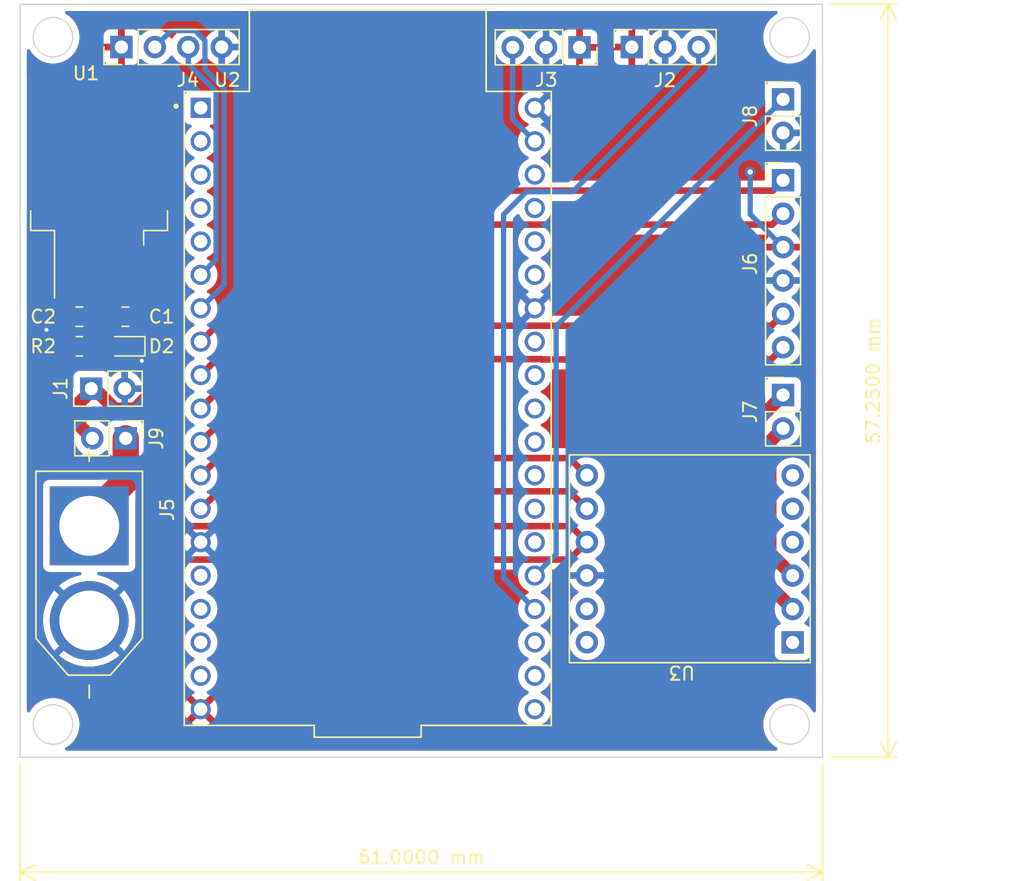
<source format=kicad_pcb>
(kicad_pcb (version 20211014) (generator pcbnew)
  (layers (0 "F.Cu" signal) (31 "B.Cu" signal) (34 "B.Paste" user) (35 "F.Paste" user) (36 "B.SilkS" user "B.Silkscreen") (37 "F.SilkS" user "F.Silkscreen") (38 "B.Mask" user) (39 "F.Mask" user) (44 "Edge.Cuts" user))
  (net 0 "")
  (net 1 "+12V")
  (net 2 "GND")
  (net 3 "+5V")
  (net 4 "Net-(D2-Pad2)")
  (net 5 "/COLOUR1")
  (net 6 "/COLOUR2")
  (net 7 "/UTRIG")
  (net 8 "/UECHO")
  (net 9 "/MOT1A")
  (net 10 "/MOT1B")
  (net 11 "/MOT2A")
  (net 12 "/MOT2B")
  (net 13 "Net-(J7-Pad1)")
  (net 14 "Net-(J7-Pad2)")
  (net 15 "/MSERVO")
  (net 16 "+3.3V")
  (net 21 "/MOT3A")
  (net 22 "/MOT3B")
  (net 47 "Net-(J5-PadP)")
  (footprint "Capacitor_SMD:C_0805_2012Metric" (layer "F.Cu") (at 110 90.75 180)
    (fp_text reference "C2" (at 2.75 0) (layer "F.SilkS"))
    (fp_text value "10UF20V")
    (fp_line (start -0.261252 0.735) (end 0.261252 0.735) (layer "F.SilkS") (width 0.12))
    (fp_line (start -0.261252 -0.735) (end 0.261252 -0.735) (layer "F.SilkS") (width 0.12))
    (pad "1" smd roundrect (at -0.95 0 180) (size 1 1.45) (layers "F.Cu" "F.Paste" "F.Mask") (net 3 "+5V"))
    (pad "2" smd roundrect (at 0.95 0 180) (size 1 1.45) (layers "F.Cu" "F.Paste" "F.Mask") (net 2 "GND"))
  )
  (footprint "Connector_PinSocket_2.54mm:PinSocket_1x03_P2.54mm_Vertical" (layer "F.Cu") (at 148.025 70.275 -90)
    (fp_text reference "J3" (at 2.475 2.525 180) (layer "F.SilkS"))
    (fp_text value "COLOUR2")
    (fp_line (start 0 -1.33) (end 1.33 -1.33) (layer "F.SilkS") (width 0.12))
    (fp_line (start -1.33 6.41) (end 1.33 6.41) (layer "F.SilkS") (width 0.12))
    (fp_line (start 1.33 1.27) (end 1.33 6.41) (layer "F.SilkS") (width 0.12))
    (fp_line (start 1.33 -1.33) (end 1.33 0) (layer "F.SilkS") (width 0.12))
    (fp_line (start -1.33 1.27) (end 1.33 1.27) (layer "F.SilkS") (width 0.12))
    (fp_line (start -1.33 1.27) (end -1.33 6.41) (layer "F.SilkS") (width 0.12))
    (pad "1" thru_hole rect (at 0 0 270) (size 1.7 1.7) (drill 1) (layers *.Cu *.Mask) (net 3 "+5V"))
    (pad "2" thru_hole oval (at 0 2.54 270) (size 1.7 1.7) (drill 1) (layers *.Cu *.Mask) (net 2 "GND"))
    (pad "3" thru_hole oval (at 0 5.08 270) (size 1.7 1.7) (drill 1) (layers *.Cu *.Mask) (net 6 "/COLOUR2"))
  )
  (footprint "Connector_PinHeader_2.54mm:PinHeader_1x06_P2.54mm_Vertical" (layer "F.Cu") (at 163.5 80.38)
    (fp_text reference "J6" (at -2.5 6.35 90) (layer "F.SilkS"))
    (fp_text value "EXT_DMDRIVER")
    (fp_line (start -1.33 0) (end -1.33 -1.33) (layer "F.SilkS") (width 0.12))
    (fp_line (start -1.33 14.03) (end 1.33 14.03) (layer "F.SilkS") (width 0.12))
    (fp_line (start 1.33 1.27) (end 1.33 14.03) (layer "F.SilkS") (width 0.12))
    (fp_line (start -1.33 -1.33) (end 0 -1.33) (layer "F.SilkS") (width 0.12))
    (fp_line (start -1.33 1.27) (end 1.33 1.27) (layer "F.SilkS") (width 0.12))
    (fp_line (start -1.33 1.27) (end -1.33 14.03) (layer "F.SilkS") (width 0.12))
    (pad "1" thru_hole rect (at 0 0) (size 1.7 1.7) (drill 1) (layers *.Cu *.Mask) (net 9 "/MOT1A"))
    (pad "2" thru_hole oval (at 0 2.54) (size 1.7 1.7) (drill 1) (layers *.Cu *.Mask) (net 10 "/MOT1B"))
    (pad "3" thru_hole oval (at 0 5.08) (size 1.7 1.7) (drill 1) (layers *.Cu *.Mask) (net 3 "+5V"))
    (pad "4" thru_hole oval (at 0 7.62) (size 1.7 1.7) (drill 1) (layers *.Cu *.Mask) (net 2 "GND"))
    (pad "5" thru_hole oval (at 0 10.16) (size 1.7 1.7) (drill 1) (layers *.Cu *.Mask) (net 11 "/MOT2A"))
    (pad "6" thru_hole oval (at 0 12.7) (size 1.7 1.7) (drill 1) (layers *.Cu *.Mask) (net 12 "/MOT2B"))
  )
  (footprint "ESP32-DEVKITC:MODULE_ESP32-DEVKITC" (layer "F.Cu") (at 131.925 97.72)
    (fp_text reference "U2" (at -10.675 -24.97) (layer "F.SilkS"))
    (fp_text value "ESP32-DEVKITC")
    (fp_line (start 9 -30.3) (end 9 -24.1) (layer "F.SilkS") (width 0.127))
    (fp_line (start 13.95 24.1) (end 13.95 -24.1) (layer "F.SilkS") (width 0.127))
    (fp_line (start -9 -30.3) (end 9 -30.3) (layer "F.SilkS") (width 0.127))
    (fp_line (start 13.95 -24.1) (end 9 -24.1) (layer "F.SilkS") (width 0.127))
    (fp_line (start -4.07 25) (end 4.06 25) (layer "F.SilkS") (width 0.127))
    (fp_line (start -4.07 24.1) (end -4.07 25) (layer "F.SilkS") (width 0.127))
    (fp_line (start -9 -24.1) (end -13.95 -24.1) (layer "F.SilkS") (width 0.127))
    (fp_line (start 4.06 25) (end 4.06 24.1) (layer "F.SilkS") (width 0.127))
    (fp_line (start -13.95 24.1) (end -4.07 24.1) (layer "F.SilkS") (width 0.127))
    (fp_line (start -13.95 -24.1) (end -13.95 24.1) (layer "F.SilkS") (width 0.127))
    (fp_line (start 4.06 24.1) (end 13.95 24.1) (layer "F.SilkS") (width 0.127))
    (fp_line (start -9 -24.1) (end -9 -30.3) (layer "F.SilkS") (width 0.127))
    (fp_circle (center -14.57 -22.97) (end -14.47 -22.97) (layer "F.SilkS") (width 0.2) (fill none))
    (pad "1" thru_hole rect locked (at -12.7 -22.85) (size 1.53 1.53) (drill 1.02) (layers *.Cu *.Mask) (net 16 "+3.3V"))
    (pad "2" thru_hole circle locked (at -12.7 -20.31) (size 1.53 1.53) (drill 1.02) (layers *.Cu *.Mask))
    (pad "3" thru_hole circle locked (at -12.7 -17.77) (size 1.53 1.53) (drill 1.02) (layers *.Cu *.Mask))
    (pad "4" thru_hole circle locked (at -12.7 -15.23) (size 1.53 1.53) (drill 1.02) (layers *.Cu *.Mask))
    (pad "5" thru_hole circle locked (at -12.7 -12.69) (size 1.53 1.53) (drill 1.02) (layers *.Cu *.Mask))
    (pad "6" thru_hole circle locked (at -12.7 -10.15) (size 1.53 1.53) (drill 1.02) (layers *.Cu *.Mask) (net 8 "/UECHO"))
    (pad "7" thru_hole circle locked (at -12.7 -7.61) (size 1.53 1.53) (drill 1.02) (layers *.Cu *.Mask) (net 7 "/UTRIG"))
    (pad "8" thru_hole circle locked (at -12.7 -5.07) (size 1.53 1.53) (drill 1.02) (layers *.Cu *.Mask) (net 9 "/MOT1A"))
    (pad "9" thru_hole circle locked (at -12.7 -2.53) (size 1.53 1.53) (drill 1.02) (layers *.Cu *.Mask) (net 10 "/MOT1B"))
    (pad "10" thru_hole circle locked (at -12.7 0.01) (size 1.53 1.53) (drill 1.02) (layers *.Cu *.Mask) (net 11 "/MOT2A"))
    (pad "11" thru_hole circle locked (at -12.7 2.55) (size 1.53 1.53) (drill 1.02) (layers *.Cu *.Mask) (net 12 "/MOT2B"))
    (pad "12" thru_hole circle locked (at -12.7 5.09) (size 1.53 1.53) (drill 1.02) (layers *.Cu *.Mask) (net 21 "/MOT3A"))
    (pad "13" thru_hole circle locked (at -12.7 7.63) (size 1.53 1.53) (drill 1.02) (layers *.Cu *.Mask) (net 22 "/MOT3B"))
    (pad "14" thru_hole circle locked (at -12.7 10.17) (size 1.53 1.53) (drill 1.02) (layers *.Cu *.Mask) (net 2 "GND"))
    (pad "15" thru_hole circle locked (at -12.7 12.71) (size 1.53 1.53) (drill 1.02) (layers *.Cu *.Mask))
    (pad "16" thru_hole circle locked (at -12.7 15.25) (size 1.53 1.53) (drill 1.02) (layers *.Cu *.Mask))
    (pad "17" thru_hole circle locked (at -12.7 17.79) (size 1.53 1.53) (drill 1.02) (layers *.Cu *.Mask))
    (pad "18" thru_hole circle locked (at -12.7 20.33) (size 1.53 1.53) (drill 1.02) (layers *.Cu *.Mask))
    (pad "19" thru_hole circle locked (at -12.7 22.87) (size 1.53 1.53) (drill 1.02) (layers *.Cu *.Mask) (net 3 "+5V"))
    (pad "20" thru_hole circle locked (at 12.7 22.87) (size 1.53 1.53) (drill 1.02) (layers *.Cu *.Mask))
    (pad "21" thru_hole circle locked (at 12.7 20.33) (size 1.53 1.53) (drill 1.02) (layers *.Cu *.Mask))
    (pad "22" thru_hole circle locked (at 12.7 17.79) (size 1.53 1.53) (drill 1.02) (layers *.Cu *.Mask))
    (pad "23" thru_hole circle locked (at 12.7 15.25) (size 1.53 1.53) (drill 1.02) (layers *.Cu *.Mask) (net 5 "/COLOUR1"))
    (pad "24" thru_hole circle locked (at 12.7 12.71) (size 1.53 1.53) (drill 1.02) (layers *.Cu *.Mask) (net 15 "/MSERVO"))
    (pad "25" thru_hole circle locked (at 12.7 10.17) (size 1.53 1.53) (drill 1.02) (layers *.Cu *.Mask))
    (pad "26" thru_hole circle locked (at 12.7 7.63) (size 1.53 1.53) (drill 1.02) (layers *.Cu *.Mask))
    (pad "27" thru_hole circle locked (at 12.7 5.09) (size 1.53 1.53) (drill 1.02) (layers *.Cu *.Mask))
    (pad "28" thru_hole circle locked (at 12.7 2.55) (size 1.53 1.53) (drill 1.02) (layers *.Cu *.Mask))
    (pad "29" thru_hole circle locked (at 12.7 0.01) (size 1.53 1.53) (drill 1.02) (layers *.Cu *.Mask))
    (pad "30" thru_hole circle locked (at 12.7 -2.53) (size 1.53 1.53) (drill 1.02) (layers *.Cu *.Mask))
    (pad "31" thru_hole circle locked (at 12.7 -5.07) (size 1.53 1.53) (drill 1.02) (layers *.Cu *.Mask))
    (pad "32" thru_hole circle locked (at 12.7 -7.61) (size 1.53 1.53) (drill 1.02) (layers *.Cu *.Mask) (net 2 "GND"))
    (pad "33" thru_hole circle locked (at 12.7 -10.15) (size 1.53 1.53) (drill 1.02) (layers *.Cu *.Mask))
    (pad "34" thru_hole circle locked (at 12.7 -12.69) (size 1.53 1.53) (drill 1.02) (layers *.Cu *.Mask))
    (pad "35" thru_hole circle locked (at 12.7 -15.23) (size 1.53 1.53) (drill 1.02) (layers *.Cu *.Mask))
    (pad "36" thru_hole circle locked (at 12.7 -17.77) (size 1.53 1.53) (drill 1.02) (layers *.Cu *.Mask))
    (pad "37" thru_hole circle locked (at 12.7 -20.31) (size 1.53 1.53) (drill 1.02) (layers *.Cu *.Mask) (net 6 "/COLOUR2"))
    (pad "38" thru_hole circle locked (at 12.7 -22.85) (size 1.53 1.53) (drill 1.02) (layers *.Cu *.Mask) (net 2 "GND"))
  )
  (footprint "Connector_PinHeader_2.54mm:PinHeader_1x02_P2.54mm_Vertical" (layer "F.Cu") (at 163.5 74.23)
    (fp_text reference "J8" (at -2.5 1.275 90) (layer "F.SilkS"))
    (fp_text value "MSERVO")
    (fp_line (start -1.33 1.27) (end -1.33 3.87) (layer "F.SilkS") (width 0.12))
    (fp_line (start -1.33 0) (end -1.33 -1.33) (layer "F.SilkS") (width 0.12))
    (fp_line (start -1.33 3.87) (end 1.33 3.87) (layer "F.SilkS") (width 0.12))
    (fp_line (start -1.33 1.27) (end 1.33 1.27) (layer "F.SilkS") (width 0.12))
    (fp_line (start -1.33 -1.33) (end 0 -1.33) (layer "F.SilkS") (width 0.12))
    (fp_line (start 1.33 1.27) (end 1.33 3.87) (layer "F.SilkS") (width 0.12))
    (pad "1" thru_hole rect (at 0 0) (size 1.7 1.7) (drill 1) (layers *.Cu *.Mask) (net 15 "/MSERVO"))
    (pad "2" thru_hole oval (at 0 2.54) (size 1.7 1.7) (drill 1) (layers *.Cu *.Mask) (net 2 "GND"))
  )
  (footprint "DRV8833BRKT:DRV8833BRKT" (layer "F.Cu") (at 165.555 117.055 180)
    (fp_text reference "U3" (at 9.75 -0.75 180 unlocked) (layer "F.SilkS"))
    (fp_text value "DRV8833BRKT")
    (fp_rect (start 0 0) (end 18.3 15.8) (layer "F.SilkS") (width 0.12) (fill none))
    (pad "1" thru_hole rect (at 1.33 1.54 180) (size 1.7 1.7) (drill 1) (layers *.Mask "F.Cu" "In1.Cu" "B.Cu"))
    (pad "2" thru_hole oval (at 1.33 4.08 180) (size 1.7 1.7) (drill 1) (layers *.Mask "F.Cu" "In1.Cu" "B.Cu") (net 13 "Net-(J7-Pad1)"))
    (pad "3" thru_hole oval (at 1.33 6.62 180) (size 1.7 1.7) (drill 1) (layers *.Mask "F.Cu" "In1.Cu" "B.Cu") (net 14 "Net-(J7-Pad2)"))
    (pad "4" thru_hole oval (at 1.33 9.16 180) (size 1.7 1.7) (drill 1) (layers *.Mask "F.Cu" "In1.Cu" "B.Cu"))
    (pad "5" thru_hole oval (at 1.33 11.7 180) (size 1.7 1.7) (drill 1) (layers *.Mask "F.Cu" "In1.Cu" "B.Cu"))
    (pad "6" thru_hole oval (at 1.33 14.24 180) (size 1.7 1.7) (drill 1) (layers *.Mask "F.Cu" "In1.Cu" "B.Cu"))
    (pad "7" thru_hole circle (at 16.97 1.55 180) (size 1.7 1.7) (drill 1) (layers *.Cu *.Mask))
    (pad "8" thru_hole oval (at 16.97 4.09 180) (size 1.7 1.7) (drill 1) (layers *.Cu *.Mask))
    (pad "9" thru_hole oval (at 16.97 6.63 180) (size 1.7 1.7) (drill 1) (layers *.Cu *.Mask) (net 2 "GND"))
    (pad "10" thru_hole oval (at 16.97 9.17 180) (size 1.7 1.7) (drill 1) (layers *.Cu *.Mask) (net 1 "+12V"))
    (pad "11" thru_hole oval (at 16.97 11.71 180) (size 1.7 1.7) (drill 1) (layers *.Cu *.Mask) (net 22 "/MOT3B"))
    (pad "12" thru_hole oval (at 16.97 14.25 180) (size 1.7 1.7) (drill 1) (layers *.Cu *.Mask) (net 21 "/MOT3A"))
  )
  (footprint "XT60-M:AMASS_XT60-M" (layer "F.Cu") (at 110.75 110.25 -90)
    (fp_text reference "J5" (at -4.825 -5.935 -90) (layer "F.SilkS"))
    (fp_text value "XT60-M")
    (fp_line (start -7.75 4.05) (end -7.75 -4.05) (layer "F.SilkS") (width 0.127))
    (fp_line (start -7.75 -4.05) (end 4.95 -4.05) (layer "F.SilkS") (width 0.127))
    (fp_line (start 7.75 1.6) (end 4.95 4.05) (layer "F.SilkS") (width 0.127))
    (fp_line (start 8.5 0) (end 9.5 0) (layer "F.SilkS") (width 0.127))
    (fp_line (start -9.5 0) (end -8.5 0) (layer "F.SilkS") (width 0.127))
    (fp_line (start 7.75 -1.6) (end 7.75 1.6) (layer "F.SilkS") (width 0.127))
    (fp_line (start 4.95 -4.05) (end 7.75 -1.6) (layer "F.SilkS") (width 0.127))
    (fp_line (start 4.95 4.05) (end -7.75 4.05) (layer "F.SilkS") (width 0.127))
    (fp_line (start -9 -0.5) (end -9 0.5) (layer "F.SilkS") (width 0.127))
    (pad "N" thru_hole circle locked (at 3.6 0 270) (size 6 6) (drill 4.55) (layers *.Cu *.Mask) (net 2 "GND"))
    (pad "P" thru_hole rect locked (at -3.6 0 270) (size 6 6) (drill 4.55) (layers *.Cu *.Mask) (net 47 "Net-(J5-PadP)"))
  )
  (footprint "Connector_PinSocket_2.54mm:PinSocket_1x03_P2.54mm_Vertical" (layer "F.Cu") (at 152 70.25 90)
    (fp_text reference "J2" (at -2.525 2.525 180) (layer "F.SilkS"))
    (fp_text value "COLOUR1")
    (fp_line (start -1.33 1.27) (end -1.33 6.41) (layer "F.SilkS") (width 0.12))
    (fp_line (start -1.33 6.41) (end 1.33 6.41) (layer "F.SilkS") (width 0.12))
    (fp_line (start 1.33 1.27) (end 1.33 6.41) (layer "F.SilkS") (width 0.12))
    (fp_line (start 0 -1.33) (end 1.33 -1.33) (layer "F.SilkS") (width 0.12))
    (fp_line (start 1.33 -1.33) (end 1.33 0) (layer "F.SilkS") (width 0.12))
    (fp_line (start -1.33 1.27) (end 1.33 1.27) (layer "F.SilkS") (width 0.12))
    (pad "1" thru_hole rect (at 0 0 90) (size 1.7 1.7) (drill 1) (layers *.Cu *.Mask) (net 3 "+5V"))
    (pad "2" thru_hole oval (at 0 2.54 90) (size 1.7 1.7) (drill 1) (layers *.Cu *.Mask) (net 2 "GND"))
    (pad "3" thru_hole oval (at 0 5.08 90) (size 1.7 1.7) (drill 1) (layers *.Cu *.Mask) (net 5 "/COLOUR1"))
  )
  (footprint "Connector_PinHeader_2.54mm:PinHeader_1x02_P2.54mm_Vertical" (layer "F.Cu") (at 110.905 96.2185 90)
    (fp_text reference "J1" (at 0 -2.33 90) (layer "F.SilkS"))
    (fp_text value "Voltmeter 1")
    (fp_line (start -1.33 0) (end -1.33 -1.33) (layer "F.SilkS") (width 0.12))
    (fp_line (start -1.33 -1.33) (end 0 -1.33) (layer "F.SilkS") (width 0.12))
    (fp_line (start -1.33 1.27) (end -1.33 3.87) (layer "F.SilkS") (width 0.12))
    (fp_line (start -1.33 3.87) (end 1.33 3.87) (layer "F.SilkS") (width 0.12))
    (fp_line (start -1.33 1.27) (end 1.33 1.27) (layer "F.SilkS") (width 0.12))
    (fp_line (start 1.33 1.27) (end 1.33 3.87) (layer "F.SilkS") (width 0.12))
    (pad "1" thru_hole rect (at 0 0 90) (size 1.7 1.7) (drill 1) (layers *.Cu *.Mask) (net 1 "+12V"))
    (pad "2" thru_hole oval (at 0 2.54 90) (size 1.7 1.7) (drill 1) (layers *.Cu *.Mask) (net 2 "GND"))
  )
  (footprint "LED_SMD:LED_0603_1608Metric" (layer "F.Cu") (at 113.5 93 180)
    (fp_text reference "D2" (at -2.75 0) (layer "F.SilkS"))
    (fp_text value "LED")
    (fp_line (start -1.485 -0.735) (end -1.485 0.735) (layer "F.SilkS") (width 0.12))
    (fp_line (start 0.8 -0.735) (end -1.485 -0.735) (layer "F.SilkS") (width 0.12))
    (fp_line (start -1.485 0.735) (end 0.8 0.735) (layer "F.SilkS") (width 0.12))
    (pad "1" smd roundrect (at -0.7875 0 180) (size 0.875 0.95) (layers "F.Cu" "F.Paste" "F.Mask") (net 2 "GND"))
    (pad "2" smd roundrect (at 0.7875 0 180) (size 0.875 0.95) (layers "F.Cu" "F.Paste" "F.Mask") (net 4 "Net-(D2-Pad2)"))
  )
  (footprint "Resistor_SMD:R_0805_2012Metric" (layer "F.Cu") (at 110 93 180)
    (fp_text reference "R2" (at 2.75 0) (layer "F.SilkS"))
    (fp_text value "150R")
    (fp_line (start -0.227064 -0.735) (end 0.227064 -0.735) (layer "F.SilkS") (width 0.12))
    (fp_line (start -0.227064 0.735) (end 0.227064 0.735) (layer "F.SilkS") (width 0.12))
    (pad "1" smd roundrect (at -0.9125 0 180) (size 1.025 1.4) (layers "F.Cu" "F.Paste" "F.Mask") (roundrect_rratio 0.243902439) (net 4 "Net-(D2-Pad2)"))
    (pad "2" smd roundrect (at 0.9125 0 180) (size 1.025 1.4) (layers "F.Cu" "F.Paste" "F.Mask") (roundrect_rratio 0.243902439) (net 3 "+5V"))
  )
  (footprint "Connector_PinHeader_2.54mm:PinHeader_1x02_P2.54mm_Vertical" (layer "F.Cu") (at 113.525 100 -90)
    (fp_text reference "J9" (at 0 -2.33 90) (layer "F.SilkS"))
    (fp_text value "ON/OFF Switch")
    (fp_line (start -1.33 3.87) (end 1.33 3.87) (layer "F.SilkS") (width 0.12))
    (fp_line (start -1.33 1.27) (end -1.33 3.87) (layer "F.SilkS") (width 0.12))
    (fp_line (start -1.33 0) (end -1.33 -1.33) (layer "F.SilkS") (width 0.12))
    (fp_line (start 1.33 1.27) (end 1.33 3.87) (layer "F.SilkS") (width 0.12))
    (fp_line (start -1.33 -1.33) (end 0 -1.33) (layer "F.SilkS") (width 0.12))
    (fp_line (start -1.33 1.27) (end 1.33 1.27) (layer "F.SilkS") (width 0.12))
    (pad "1" thru_hole rect (at 0 0 270) (size 1.7 1.7) (drill 1) (layers *.Cu *.Mask) (net 47 "Net-(J5-PadP)"))
    (pad "2" thru_hole oval (at 0 2.54 270) (size 1.7 1.7) (drill 1) (layers *.Cu *.Mask) (net 1 "+12V"))
  )
  (footprint "Connector_PinHeader_2.54mm:PinHeader_1x04_P2.54mm_Vertical" (layer "F.Cu") (at 113.2 70.25 90)
    (fp_text reference "J4" (at -2.5 5.05 180) (layer "F.SilkS"))
    (fp_text value "USONIC1")
    (fp_line (start -1.33 1.27) (end 1.33 1.27) (layer "F.SilkS") (width 0.12))
    (fp_line (start 1.33 1.27) (end 1.33 8.95) (layer "F.SilkS") (width 0.12))
    (fp_line (start -1.33 1.27) (end -1.33 8.95) (layer "F.SilkS") (width 0.12))
    (fp_line (start -1.33 0) (end -1.33 -1.33) (layer "F.SilkS") (width 0.12))
    (fp_line (start -1.33 -1.33) (end 0 -1.33) (layer "F.SilkS") (width 0.12))
    (fp_line (start -1.33 8.95) (end 1.33 8.95) (layer "F.SilkS") (width 0.12))
    (pad "1" thru_hole rect (at 0 0 90) (size 1.7 1.7) (drill 1) (layers *.Cu *.Mask) (net 3 "+5V"))
    (pad "2" thru_hole oval (at 0 2.54 90) (size 1.7 1.7) (drill 1) (layers *.Cu *.Mask) (net 7 "/UTRIG"))
    (pad "3" thru_hole oval (at 0 5.08 90) (size 1.7 1.7) (drill 1) (layers *.Cu *.Mask) (net 8 "/UECHO"))
    (pad "4" thru_hole oval (at 0 7.62 90) (size 1.7 1.7) (drill 1) (layers *.Cu *.Mask) (net 2 "GND"))
  )
  (footprint "Capacitor_SMD:C_0805_2012Metric" (layer "F.Cu") (at 113.5 90.75)
    (fp_text reference "C1" (at 2.75 0) (layer "F.SilkS"))
    (fp_text value "10UF20V")
    (fp_line (start -0.261252 0.735) (end 0.261252 0.735) (layer "F.SilkS") (width 0.12))
    (fp_line (start -0.261252 -0.735) (end 0.261252 -0.735) (layer "F.SilkS") (width 0.12))
    (pad "1" smd roundrect (at -0.95 0) (size 1 1.45) (layers "F.Cu" "F.Paste" "F.Mask") (net 1 "+12V"))
    (pad "2" smd roundrect (at 0.95 0) (size 1 1.45) (layers "F.Cu" "F.Paste" "F.Mask") (net 2 "GND"))
  )
  (footprint "Package_TO_SOT_SMD:TO-263-3_TabPin2" (layer "F.Cu") (at 111.5 81.25 90)
    (fp_text reference "U1" (at 9 -1 180) (layer "F.SilkS"))
    (fp_text value "LM1084-5.0")
    (fp_line (start -1.45 -5.2) (end -2.95 -5.2) (layer "F.SilkS") (width 0.12))
    (fp_line (start -2.95 -3.39) (end -8.075 -3.39) (layer "F.SilkS") (width 0.12))
    (fp_line (start -2.95 5.2) (end -2.95 3.39) (layer "F.SilkS") (width 0.12))
    (fp_line (start -2.95 3.39) (end -4.05 3.39) (layer "F.SilkS") (width 0.12))
    (fp_line (start -2.95 -5.2) (end -2.95 -3.39) (layer "F.SilkS") (width 0.12))
    (fp_line (start -1.45 5.2) (end -2.95 5.2) (layer "F.SilkS") (width 0.12))
    (pad "1" smd rect (at -5.775 -2.54 90) (size 4.6 1.1) (layers "F.Cu" "F.Paste" "F.Mask") (net 2 "GND"))
    (pad "2" smd rect (at -5.775 0 90) (size 4.6 1.1) (layers "F.Cu" "F.Paste" "F.Mask") (net 3 "+5V"))
    (pad "2" smd rect (at 3.375 0 90) (size 9.4 10.8) (layers "F.Cu" "F.Mask") (net 3 "+5V"))
    (pad "3" smd rect (at -5.775 2.54 90) (size 4.6 1.1) (layers "F.Cu" "F.Paste" "F.Mask") (net 1 "+12V"))
  )
  (footprint "Connector_PinHeader_2.54mm:PinHeader_1x02_P2.54mm_Vertical" (layer "F.Cu") (at 163.5 96.705)
    (fp_text reference "J7" (at -2.5 1.275 90) (layer "F.SilkS"))
    (fp_text value "MCLAW")
    (fp_line (start -1.33 3.87) (end 1.33 3.87) (layer "F.SilkS") (width 0.12))
    (fp_line (start -1.33 0) (end -1.33 -1.33) (layer "F.SilkS") (width 0.12))
    (fp_line (start -1.33 -1.33) (end 0 -1.33) (layer "F.SilkS") (width 0.12))
    (fp_line (start 1.33 1.27) (end 1.33 3.87) (layer "F.SilkS") (width 0.12))
    (fp_line (start -1.33 1.27) (end -1.33 3.87) (layer "F.SilkS") (width 0.12))
    (fp_line (start -1.33 1.27) (end 1.33 1.27) (layer "F.SilkS") (width 0.12))
    (pad "1" thru_hole rect (at 0 0) (size 1.7 1.7) (drill 1) (layers *.Cu *.Mask) (net 13 "Net-(J7-Pad1)"))
    (pad "2" thru_hole oval (at 0 2.54) (size 1.7 1.7) (drill 1) (layers *.Cu *.Mask) (net 14 "Net-(J7-Pad2)"))
  )
  (gr_circle (center 108 121.75) (end 109.5 121.75) (layer "Edge.Cuts") (width 0.1) (fill none))
  (gr_circle (center 108 69.5) (end 109.5 69.5) (layer "Edge.Cuts") (width 0.1) (fill none))
  (gr_rect (start 105.5 67) (end 166.5 124.25) (layer "Edge.Cuts") (width 0.1) (fill none))
  (gr_circle (center 164 121.75) (end 165.5 121.75) (layer "Edge.Cuts") (width 0.1) (fill none))
  (gr_circle (center 164 69.5) (end 165.5 69.5) (layer "Edge.Cuts") (width 0.1) (fill none))
  (dimension (type aligned) (layer "F.SilkS") (pts (xy 166.5 124.25) (xy 166.5 67)) (height 5) (gr_text "57.2500 mm" (at 170.35 95.625 90) (layer "F.SilkS") (effects (font (size 1 1) (thickness 0.15)))) (format (units 3) (units_format 1) (precision 4)) (style (thickness 0.15) (arrow_length 1.27) (text_position_mode 0) (extension_height 0.58642) (extension_offset 0.5) keep_text_aligned))
  (dimension (type aligned) (layer "F.SilkS") (pts (xy 105.5 124.25) (xy 166.5 124.25)) (height 8.749999) (gr_text "61.0000 mm" (at 136 131.849999) (layer "F.SilkS") (effects (font (size 1 1) (thickness 0.15)))) (format (units 3) (units_format 1) (precision 4)) (style (thickness 0.15) (arrow_length 1.27) (text_position_mode 0) (extension_height 0.58642) (extension_offset 0.5) keep_text_aligned))
  (segment (start 114.875 97.125) (end 115.75 96.25) (width 1) (layer "F.Cu") (net 1))
  (segment (start 115.75 87.75) (end 115.031511 87.031511) (width 1) (layer "F.Cu") (net 1))
  (segment (start 111.155 96.225011) (end 112.698489 97.7685) (width 1) (layer "F.Cu") (net 1))
  (segment (start 114.04 87.025) (end 114.04 89.26) (width 0.5) (layer "F.Cu") (net 1))
  (segment (start 114.04 89.26) (end 112.55 90.75) (width 0.5) (layer "F.Cu") (net 1))
  (segment (start 147.255 109.215) (end 148.585 107.885) (width 0.5) (layer "F.Cu") (net 1))
  (segment (start 114.2315 97.7685) (end 114.875 97.125) (width 1) (layer "F.Cu") (net 1))
  (segment (start 147.375 106.675) (end 116.75 106.675) (width 0.5) (layer "F.Cu") (net 1))
  (segment (start 110.985 100) (end 110 99.015) (width 1) (layer "F.Cu") (net 1))
  (segment (start 115.75 96.25) (end 115.75 87.75) (width 1) (layer "F.Cu") (net 1))
  (segment (start 116.75 99) (end 114.875 97.125) (width 1) (layer "F.Cu") (net 1))
  (segment (start 110 97.2835) (end 110.985 96.2985) (width 1) (layer "F.Cu") (net 1))
  (segment (start 115.031511 87.031511) (end 114.29 87.031511) (width 1) (layer "F.Cu") (net 1))
  (segment (start 148.585 107.885) (end 147.375 106.675) (width 0.5) (layer "F.Cu") (net 1))
  (segment (start 110 99.015) (end 110 97.2835) (width 1) (layer "F.Cu") (net 1))
  (segment (start 110.985 96.2985) (end 110.905 96.2185) (width 0.5) (layer "F.Cu") (net 1))
  (segment (start 112.698489 97.7685) (end 114.2315 97.7685) (width 1) (layer "F.Cu") (net 1))
  (segment (start 116.75 107.75) (end 116.75 99) (width 1) (layer "F.Cu") (net 1))
  (segment (start 118.215 109.215) (end 147.255 109.215) (width 0.5) (layer "F.Cu") (net 1))
  (segment (start 116.75 107.75) (end 118.215 109.215) (width 0.5) (layer "F.Cu") (net 1))
  (segment (start 109.05 90.95) (end 108.25 91.75) (width 0.5) (layer "F.Cu") (net 2))
  (segment (start 108.96 90.66) (end 109.05 90.75) (width 0.5) (layer "F.Cu") (net 2))
  (segment (start 113.445 96.2185) (end 113.445 93.8425) (width 0.5) (layer "F.Cu") (net 2))
  (segment (start 109.05 90.75) (end 109.05 90.95) (width 0.5) (layer "F.Cu") (net 2))
  (segment (start 113.445 93.8425) (end 114.2875 93) (width 0.5) (layer "F.Cu") (net 2))
  (segment (start 114.2875 90.9125) (end 114.45 90.75) (width 0.5) (layer "F.Cu") (net 2))
  (segment (start 108.25 91.75) (end 107.5 91.75) (width 0.5) (layer "F.Cu") (net 2))
  (segment (start 114.7505 94.1005) (end 114.75 94.1) (width 0.5) (layer "F.Cu") (net 2))
  (segment (start 114.75 94.1) (end 114.75 93.4625) (width 0.5) (layer "F.Cu") (net 2))
  (segment (start 114.75 93.4625) (end 114.2875 93) (width 0.5) (layer "F.Cu") (net 2))
  (segment (start 108.96 87.025) (end 108.96 90.66) (width 0.5) (layer "F.Cu") (net 2))
  (segment (start 114.2875 93) (end 114.2875 90.9125) (width 0.5) (layer "F.Cu") (net 2))
  (via (at 114.7505 94.1005) (size 0.6) (drill 0.3) (layers "F.Cu" "B.Cu") (net 2))
  (via (at 107.5 91.75) (size 0.6) (drill 0.3) (layers "F.Cu" "B.Cu") (net 2))
  (segment (start 111.5 90.2) (end 110.95 90.75) (width 0.5) (layer "F.Cu") (net 3))
  (segment (start 109.0875 92.6125) (end 110.95 90.75) (width 0.5) (layer "F.Cu") (net 3))
  (segment (start 111.5 87.025) (end 111.5 90.2) (width 0.5) (layer "F.Cu") (net 3))
  (segment (start 109.0875 93) (end 109.0875 92.6125) (width 0.5) (layer "F.Cu") (net 3))
  (via (at 161 79.75) (size 0.8) (drill 0.4) (layers "F.Cu" "B.Cu") (net 3))
  (segment (start 161 79.75) (end 161 82.96) (width 0.4) (layer "B.Cu") (net 3))
  (segment (start 161 82.96) (end 163.5 85.46) (width 0.4) (layer "B.Cu") (net 3))
  (segment (start 112.7125 93) (end 110.9125 93) (width 0.5) (layer "F.Cu") (net 4))
  (segment (start 142.25 110.595) (end 144.625 112.97) (width 0.4) (layer "B.Cu") (net 5))
  (segment (start 157.08 70.25) (end 157.08 71.67) (width 0.4) (layer "B.Cu") (net 5))
  (segment (start 143.98372 81.25) (end 142.25 82.98372) (width 0.4) (layer "B.Cu") (net 5))
  (segment (start 157.08 71.67) (end 147.5 81.25) (width 0.4) (layer "B.Cu") (net 5))
  (segment (start 147.5 81.25) (end 143.98372 81.25) (width 0.4) (layer "B.Cu") (net 5))
  (segment (start 142.25 82.98372) (end 142.25 110.595) (width 0.4) (layer "B.Cu") (net 5))
  (segment (start 142.945 75.73) (end 144.625 77.41) (width 0.4) (layer "B.Cu") (net 6))
  (segment (start 142.97 70.3) (end 142.945 70.325) (width 0.4) (layer "B.Cu") (net 6))
  (segment (start 142.945 70.325) (end 142.945 75.73) (width 0.4) (layer "B.Cu") (net 6))
  (segment (start 121 88.335) (end 119.225 90.11) (width 0.4) (layer "B.Cu") (net 7))
  (segment (start 119.549264 69.751497) (end 119.549264 71.950736) (width 0.4) (layer "B.Cu") (net 7))
  (segment (start 119.549264 71.950736) (end 121 73.401472) (width 0.4) (layer "B.Cu") (net 7))
  (segment (start 121 73.401472) (end 121 88.335) (width 0.4) (layer "B.Cu") (net 7))
  (segment (start 115.74 70.25) (end 116.99 69) (width 0.4) (layer "B.Cu") (net 7))
  (segment (start 116.99 69) (end 118.797767 69) (width 0.4) (layer "B.Cu") (net 7))
  (segment (start 118.797767 69) (end 119.549264 69.751497) (width 0.4) (layer "B.Cu") (net 7))
  (segment (start 120.39 73.64) (end 118.28 71.53) (width 0.4) (layer "B.Cu") (net 8))
  (segment (start 119.225 87.57) (end 120.39 86.405) (width 0.4) (layer "B.Cu") (net 8))
  (segment (start 120.39 86.405) (end 120.39 73.64) (width 0.4) (layer "B.Cu") (net 8))
  (segment (start 118.28 71.53) (end 118.28 70.25) (width 0.4) (layer "B.Cu") (net 8))
  (segment (start 119.225 92.65) (end 130.71 81.165) (width 0.5) (layer "F.Cu") (net 9))
  (segment (start 162.715 81.165) (end 163.5 80.38) (width 0.5) (layer "F.Cu") (net 9))
  (segment (start 130.71 81.165) (end 162.715 81.165) (width 0.5) (layer "F.Cu") (net 9))
  (segment (start 130.665 83.75) (end 162.67 83.75) (width 0.5) (layer "F.Cu") (net 10))
  (segment (start 119.225 95.19) (end 130.665 83.75) (width 0.5) (layer "F.Cu") (net 10))
  (segment (start 162.67 83.75) (end 163.5 82.92) (width 0.5) (layer "F.Cu") (net 10))
  (segment (start 162.605 91.435) (end 163.5 90.54) (width 0.5) (layer "F.Cu") (net 11))
  (segment (start 125.52 91.435) (end 162.605 91.435) (width 0.5) (layer "F.Cu") (net 11))
  (segment (start 119.225 97.73) (end 125.52 91.435) (width 0.5) (layer "F.Cu") (net 11))
  (segment (start 145.12827 93.975) (end 145.15327 94) (width 0.5) (layer "F.Cu") (net 12))
  (segment (start 125.52 93.975) (end 145.12827 93.975) (width 0.5) (layer "F.Cu") (net 12))
  (segment (start 145.15327 94) (end 162.58 94) (width 0.5) (layer "F.Cu") (net 12))
  (segment (start 119.225 100.27) (end 125.52 93.975) (width 0.5) (layer "F.Cu") (net 12))
  (segment (start 162.58 94) (end 163.5 93.08) (width 0.5) (layer "F.Cu") (net 12))
  (segment (start 163.5 96.705) (end 160.75 99.455) (width 1) (layer "F.Cu") (net 13))
  (segment (start 160.75 99.455) (end 160.75 109.5) (width 1) (layer "F.Cu") (net 13))
  (segment (start 160.75 109.5) (end 164.225 112.975) (width 1) (layer "F.Cu") (net 13))
  (segment (start 163.5 99.245) (end 162.5 100.245) (width 1) (layer "F.Cu") (net 14))
  (segment (start 162.5 100.245) (end 162.5 108.71) (width 1) (layer "F.Cu") (net 14))
  (segment (start 162.5 108.71) (end 164.225 110.435) (width 1) (layer "F.Cu") (net 14))
  (segment (start 144.625 110.43) (end 146.25 108.805) (width 0.4) (layer "B.Cu") (net 15))
  (segment (start 146.25 91.48) (end 163.5 74.23) (width 0.4) (layer "B.Cu") (net 15))
  (segment (start 146.25 108.805) (end 146.25 91.48) (width 0.4) (layer "B.Cu") (net 15))
  (segment (start 148.585 102.835) (end 147.25 101.5) (width 0.5) (layer "F.Cu") (net 21))
  (segment (start 147.25 101.5) (end 120.565 101.5) (width 0.5) (layer "F.Cu") (net 21))
  (segment (start 120.565 101.5) (end 119.225 102.84) (width 0.5) (layer "F.Cu") (net 21))
  (segment (start 147.235 104.025) (end 120.58 104.025) (width 0.5) (layer "F.Cu") (net 22))
  (segment (start 148.585 105.375) (end 147.235 104.025) (width 0.5) (layer "F.Cu") (net 22))
  (segment (start 120.58 104.025) (end 119.225 105.38) (width 0.5) (layer "F.Cu") (net 22))
  (segment (start 112.25 104.5) (end 113.525 103.225) (width 2) (layer "F.Cu") (net 47))
  (segment (start 113.525 103.225) (end 113.525 100) (width 2) (layer "F.Cu") (net 47))
  (segment (start 112.25 106.65) (end 112.25 104.5) (width 2) (layer "F.Cu") (net 47))
  (zone (net 3) (net_name "+5V") (layer "F.Cu") (connect_pads (clearance 0.508)) (min_thickness 0.254) (fill yes (thermal_gap 0.508) (thermal_bridge_width 0.508))
    (polygon (pts (xy 166.5 124.25) (xy 105.5 124.25) (xy 105.5 67) (xy 166.5 67)))
  )
  (zone (net 2) (net_name "GND") (layer "B.Cu") (connect_pads (clearance 0.508)) (min_thickness 0.254) (fill yes (thermal_gap 0.508) (thermal_bridge_width 0.508))
    (polygon (pts (xy 166.5 124.25) (xy 105.5 124.25) (xy 105.5 67) (xy 166.5 67)))
  )
)
</source>
